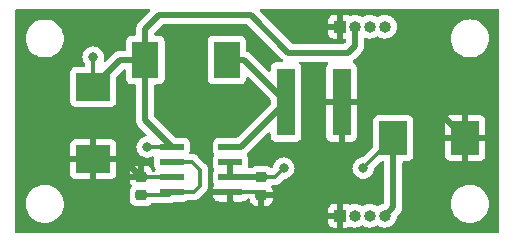
<source format=gtl>
%TF.GenerationSoftware,KiCad,Pcbnew,(6.99.0)*%
%TF.CreationDate,2023-03-13T14:23:59-07:00*%
%TF.ProjectId,emg-voltage-regulator,656d672d-766f-46c7-9461-67652d726567,rev?*%
%TF.SameCoordinates,Original*%
%TF.FileFunction,Copper,L1,Top*%
%TF.FilePolarity,Positive*%
%FSLAX46Y46*%
G04 Gerber Fmt 4.6, Leading zero omitted, Abs format (unit mm)*
G04 Created by KiCad (PCBNEW (6.99.0)) date 2023-03-13 14:23:59*
%MOMM*%
%LPD*%
G01*
G04 APERTURE LIST*
G04 Aperture macros list*
%AMRoundRect*
0 Rectangle with rounded corners*
0 $1 Rounding radius*
0 $2 $3 $4 $5 $6 $7 $8 $9 X,Y pos of 4 corners*
0 Add a 4 corners polygon primitive as box body*
4,1,4,$2,$3,$4,$5,$6,$7,$8,$9,$2,$3,0*
0 Add four circle primitives for the rounded corners*
1,1,$1+$1,$2,$3*
1,1,$1+$1,$4,$5*
1,1,$1+$1,$6,$7*
1,1,$1+$1,$8,$9*
0 Add four rect primitives between the rounded corners*
20,1,$1+$1,$2,$3,$4,$5,0*
20,1,$1+$1,$4,$5,$6,$7,0*
20,1,$1+$1,$6,$7,$8,$9,0*
20,1,$1+$1,$8,$9,$2,$3,0*%
G04 Aperture macros list end*
%TA.AperFunction,SMDPad,CuDef*%
%ADD10RoundRect,0.225000X-0.250000X0.225000X-0.250000X-0.225000X0.250000X-0.225000X0.250000X0.225000X0*%
%TD*%
%TA.AperFunction,SMDPad,CuDef*%
%ADD11R,2.400000X2.900000*%
%TD*%
%TA.AperFunction,SMDPad,CuDef*%
%ADD12RoundRect,0.041300X-0.943700X-0.253700X0.943700X-0.253700X0.943700X0.253700X-0.943700X0.253700X0*%
%TD*%
%TA.AperFunction,SMDPad,CuDef*%
%ADD13R,1.600000X5.700000*%
%TD*%
%TA.AperFunction,ComponentPad*%
%ADD14R,1.000000X1.000000*%
%TD*%
%TA.AperFunction,ComponentPad*%
%ADD15O,1.000000X1.000000*%
%TD*%
%TA.AperFunction,SMDPad,CuDef*%
%ADD16R,2.900000X2.400000*%
%TD*%
%TA.AperFunction,SMDPad,CuDef*%
%ADD17R,2.250000X3.120000*%
%TD*%
%TA.AperFunction,SMDPad,CuDef*%
%ADD18RoundRect,0.225000X0.250000X-0.225000X0.250000X0.225000X-0.250000X0.225000X-0.250000X-0.225000X0*%
%TD*%
%TA.AperFunction,ViaPad*%
%ADD19C,0.800000*%
%TD*%
%TA.AperFunction,Conductor*%
%ADD20C,0.508000*%
%TD*%
%TA.AperFunction,Conductor*%
%ADD21C,0.355600*%
%TD*%
G04 APERTURE END LIST*
D10*
%TO.P,C2,1*%
%TO.N,VDD*%
X21336000Y-14719000D03*
%TO.P,C2,2*%
%TO.N,GND*%
X21336000Y-16269000D03*
%TD*%
D11*
%TO.P,C1,1*%
%TO.N,VDD*%
X32510000Y-11430000D03*
%TO.P,C1,2*%
%TO.N,GND*%
X38610000Y-11430000D03*
%TD*%
D12*
%TO.P,U1,1,OUT*%
%TO.N,-5V*%
X13781000Y-12192000D03*
%TO.P,U1,2,FB*%
%TO.N,/FB{slash}REF*%
X13781000Y-13462000D03*
%TO.P,U1,3,SHDN*%
%TO.N,GND*%
X13781000Y-14732000D03*
%TO.P,U1,4,REF*%
%TO.N,/FB{slash}REF*%
X13781000Y-16002000D03*
%TO.P,U1,5,GND*%
%TO.N,GND*%
X18731000Y-16002000D03*
%TO.P,U1,6,V+*%
%TO.N,VDD*%
X18731000Y-14732000D03*
%TO.P,U1,7,V+*%
X18731000Y-13462000D03*
%TO.P,U1,8,LX*%
%TO.N,/LX*%
X18731000Y-12192000D03*
%TD*%
D13*
%TO.P,L1,1*%
%TO.N,/LX*%
X23431000Y-8382000D03*
%TO.P,L1,2*%
%TO.N,GND*%
X28131000Y-8382000D03*
%TD*%
D14*
%TO.P,J2,1,Pin_1*%
%TO.N,GND*%
X28000000Y-2000000D03*
D15*
%TO.P,J2,2,Pin_2*%
%TO.N,-5V*%
X29270000Y-2000000D03*
%TO.P,J2,3,Pin_3*%
%TO.N,unconnected-(J2-Pad3)*%
X30540000Y-2000000D03*
%TO.P,J2,4,Pin_4*%
%TO.N,VDD*%
X31810000Y-2000000D03*
%TD*%
D16*
%TO.P,C4,1*%
%TO.N,GND*%
X7112000Y-13210000D03*
%TO.P,C4,2*%
%TO.N,-5V*%
X7112000Y-7110000D03*
%TD*%
D14*
%TO.P,J1,1,Pin_1*%
%TO.N,GND*%
X28000000Y-18000000D03*
D15*
%TO.P,J1,2,Pin_2*%
%TO.N,-5V*%
X29270000Y-18000000D03*
%TO.P,J1,3,Pin_3*%
%TO.N,unconnected-(J1-Pad3)*%
X30540000Y-18000000D03*
%TO.P,J1,4,Pin_4*%
%TO.N,VDD*%
X31810000Y-18000000D03*
%TD*%
D17*
%TO.P,D1,A*%
%TO.N,-5V*%
X11512500Y-4826000D03*
%TO.P,D1,C*%
%TO.N,/LX*%
X18422500Y-4826000D03*
%TD*%
D18*
%TO.P,C3,1*%
%TO.N,/FB{slash}REF*%
X11176000Y-16269000D03*
%TO.P,C3,2*%
%TO.N,GND*%
X11176000Y-14719000D03*
%TD*%
D19*
%TO.N,VDD*%
X23241000Y-13970000D03*
X29972000Y-13970000D03*
%TO.N,-5V*%
X7112000Y-4572000D03*
X11684000Y-12192000D03*
%TD*%
D20*
%TO.N,VDD*%
X32512000Y-11432000D02*
X32512000Y-17298000D01*
X29972000Y-13970000D02*
X29972000Y-13968000D01*
D21*
X21336000Y-14719000D02*
X22492000Y-14719000D01*
D20*
X18731000Y-14732000D02*
X18731000Y-13462000D01*
D21*
X22733000Y-14478000D02*
X23241000Y-13970000D01*
D20*
X18731000Y-14732000D02*
X21323000Y-14732000D01*
X32512000Y-17298000D02*
X31810000Y-18000000D01*
X32510000Y-11430000D02*
X32512000Y-11432000D01*
D21*
X29972000Y-13968000D02*
X32510000Y-11430000D01*
X22492000Y-14719000D02*
X22733000Y-14478000D01*
%TO.N,GND*%
X21069000Y-16002000D02*
X21336000Y-16269000D01*
D20*
X9667000Y-13210000D02*
X11176000Y-14719000D01*
X7112000Y-13210000D02*
X9667000Y-13210000D01*
D21*
X11189000Y-14732000D02*
X11176000Y-14719000D01*
X18731000Y-16002000D02*
X21069000Y-16002000D01*
D20*
X35562000Y-8382000D02*
X38610000Y-11430000D01*
X28131000Y-8382000D02*
X35562000Y-8382000D01*
D21*
X13781000Y-14732000D02*
X11189000Y-14732000D01*
%TO.N,/FB{slash}REF*%
X15494000Y-13462000D02*
X16129000Y-14097000D01*
X11176000Y-16269000D02*
X13514000Y-16269000D01*
X16129000Y-14097000D02*
X16129000Y-15494000D01*
X15621000Y-16002000D02*
X13781000Y-16002000D01*
X13514000Y-16269000D02*
X13781000Y-16002000D01*
X16129000Y-15494000D02*
X15621000Y-16002000D01*
X13781000Y-13462000D02*
X15494000Y-13462000D01*
D20*
%TO.N,-5V*%
X11512500Y-2203500D02*
X11512500Y-4826000D01*
X29270000Y-3623000D02*
X28702000Y-4191000D01*
X13781000Y-12192000D02*
X11512500Y-9923500D01*
D21*
X7112000Y-7110000D02*
X7112000Y-4572000D01*
D20*
X12700000Y-1016000D02*
X11512500Y-2203500D01*
X29270000Y-2000000D02*
X29270000Y-3623000D01*
X11512500Y-9923500D02*
X11512500Y-4826000D01*
X28702000Y-4191000D02*
X23622000Y-4191000D01*
D21*
X11684000Y-12192000D02*
X13781000Y-12192000D01*
D20*
X7112000Y-7110000D02*
X9396000Y-4826000D01*
X23622000Y-4191000D02*
X20447000Y-1016000D01*
X9396000Y-4826000D02*
X11512500Y-4826000D01*
X20447000Y-1016000D02*
X12700000Y-1016000D01*
%TO.N,/LX*%
X19875000Y-4826000D02*
X23431000Y-8382000D01*
X19621000Y-12192000D02*
X23431000Y-8382000D01*
X18731000Y-12192000D02*
X19621000Y-12192000D01*
X18422500Y-4826000D02*
X19875000Y-4826000D01*
%TD*%
%TA.AperFunction,Conductor*%
%TO.N,GND*%
G36*
X11893593Y-528002D02*
G01*
X11940086Y-581658D01*
X11950190Y-651932D01*
X11920696Y-716512D01*
X11914567Y-723095D01*
X11020972Y-1616690D01*
X11006559Y-1629077D01*
X10988936Y-1642046D01*
X10984192Y-1647629D01*
X10984193Y-1647629D01*
X10954521Y-1682555D01*
X10947591Y-1690071D01*
X10941847Y-1695815D01*
X10939573Y-1698689D01*
X10939567Y-1698696D01*
X10924128Y-1718211D01*
X10921337Y-1721615D01*
X10878555Y-1771972D01*
X10878552Y-1771976D01*
X10873816Y-1777551D01*
X10870488Y-1784068D01*
X10867111Y-1789132D01*
X10863884Y-1794356D01*
X10859340Y-1800100D01*
X10856241Y-1806731D01*
X10828268Y-1866582D01*
X10826337Y-1870533D01*
X10792957Y-1935904D01*
X10791216Y-1943019D01*
X10789079Y-1948765D01*
X10787155Y-1954548D01*
X10784056Y-1961179D01*
X10769368Y-2031799D01*
X10769108Y-2033047D01*
X10768139Y-2037329D01*
X10750696Y-2108612D01*
X10750000Y-2119830D01*
X10749961Y-2119828D01*
X10749728Y-2123729D01*
X10749339Y-2128088D01*
X10747848Y-2135256D01*
X10748046Y-2142573D01*
X10749954Y-2213077D01*
X10750000Y-2216486D01*
X10750000Y-2631500D01*
X10729998Y-2699621D01*
X10676342Y-2746114D01*
X10624000Y-2757500D01*
X10339366Y-2757500D01*
X10277184Y-2764255D01*
X10140795Y-2815385D01*
X10024239Y-2902739D01*
X9936885Y-3019295D01*
X9885755Y-3155684D01*
X9879000Y-3217866D01*
X9879000Y-3937500D01*
X9858998Y-4005621D01*
X9805342Y-4052114D01*
X9753000Y-4063500D01*
X9463376Y-4063500D01*
X9444426Y-4062067D01*
X9430027Y-4059876D01*
X9430021Y-4059876D01*
X9422792Y-4058776D01*
X9415500Y-4059369D01*
X9415497Y-4059369D01*
X9369817Y-4063085D01*
X9359602Y-4063500D01*
X9351475Y-4063500D01*
X9347839Y-4063924D01*
X9347837Y-4063924D01*
X9344385Y-4064327D01*
X9323076Y-4066811D01*
X9318756Y-4067238D01*
X9245574Y-4073191D01*
X9238612Y-4075447D01*
X9232624Y-4076643D01*
X9226667Y-4078051D01*
X9219393Y-4078899D01*
X9212511Y-4081397D01*
X9212507Y-4081398D01*
X9150393Y-4103945D01*
X9146289Y-4105355D01*
X9076425Y-4127987D01*
X9070162Y-4131787D01*
X9064620Y-4134325D01*
X9059144Y-4137067D01*
X9052259Y-4139566D01*
X9046135Y-4143581D01*
X8990868Y-4179815D01*
X8987200Y-4182130D01*
X8924419Y-4220227D01*
X8920214Y-4223941D01*
X8920211Y-4223943D01*
X8915995Y-4227667D01*
X8915969Y-4227638D01*
X8913038Y-4230238D01*
X8909684Y-4233042D01*
X8903565Y-4237054D01*
X8874230Y-4268021D01*
X8850012Y-4293586D01*
X8847634Y-4296028D01*
X8195587Y-4948075D01*
X8133275Y-4982101D01*
X8062460Y-4977036D01*
X8005624Y-4934489D01*
X7980813Y-4867969D01*
X7986659Y-4820044D01*
X7996628Y-4789362D01*
X8005542Y-4761928D01*
X8025504Y-4572000D01*
X8005542Y-4382072D01*
X7946527Y-4200444D01*
X7939802Y-4188795D01*
X7879760Y-4084801D01*
X7851040Y-4035056D01*
X7723253Y-3893134D01*
X7624157Y-3821136D01*
X7574094Y-3784763D01*
X7574093Y-3784762D01*
X7568752Y-3780882D01*
X7562724Y-3778198D01*
X7562722Y-3778197D01*
X7400319Y-3705891D01*
X7400318Y-3705891D01*
X7394288Y-3703206D01*
X7300888Y-3683353D01*
X7213944Y-3664872D01*
X7213939Y-3664872D01*
X7207487Y-3663500D01*
X7016513Y-3663500D01*
X7010061Y-3664872D01*
X7010056Y-3664872D01*
X6923112Y-3683353D01*
X6829712Y-3703206D01*
X6823682Y-3705891D01*
X6823681Y-3705891D01*
X6661278Y-3778197D01*
X6661276Y-3778198D01*
X6655248Y-3780882D01*
X6649907Y-3784762D01*
X6649906Y-3784763D01*
X6599843Y-3821136D01*
X6500747Y-3893134D01*
X6372960Y-4035056D01*
X6344240Y-4084801D01*
X6284199Y-4188795D01*
X6277473Y-4200444D01*
X6218458Y-4382072D01*
X6198496Y-4572000D01*
X6218458Y-4761928D01*
X6277473Y-4943556D01*
X6280776Y-4949278D01*
X6280777Y-4949279D01*
X6294762Y-4973502D01*
X6372960Y-5108944D01*
X6393338Y-5131576D01*
X6424054Y-5195582D01*
X6425700Y-5215884D01*
X6425700Y-5275500D01*
X6405698Y-5343621D01*
X6352042Y-5390114D01*
X6299700Y-5401500D01*
X5613866Y-5401500D01*
X5551684Y-5408255D01*
X5415295Y-5459385D01*
X5298739Y-5546739D01*
X5211385Y-5663295D01*
X5160255Y-5799684D01*
X5153500Y-5861866D01*
X5153500Y-8358134D01*
X5160255Y-8420316D01*
X5211385Y-8556705D01*
X5298739Y-8673261D01*
X5415295Y-8760615D01*
X5551684Y-8811745D01*
X5613866Y-8818500D01*
X8610134Y-8818500D01*
X8672316Y-8811745D01*
X8808705Y-8760615D01*
X8925261Y-8673261D01*
X9012615Y-8556705D01*
X9063745Y-8420316D01*
X9070500Y-8358134D01*
X9070500Y-6282028D01*
X9090502Y-6213907D01*
X9107405Y-6192933D01*
X9663905Y-5636433D01*
X9726217Y-5602407D01*
X9797032Y-5607472D01*
X9853868Y-5650019D01*
X9878679Y-5716539D01*
X9879000Y-5725528D01*
X9879000Y-6434134D01*
X9885755Y-6496316D01*
X9936885Y-6632705D01*
X10024239Y-6749261D01*
X10140795Y-6836615D01*
X10277184Y-6887745D01*
X10339366Y-6894500D01*
X10624000Y-6894500D01*
X10692121Y-6914502D01*
X10738614Y-6968158D01*
X10750000Y-7020500D01*
X10750000Y-9856124D01*
X10748567Y-9875074D01*
X10746376Y-9889473D01*
X10746376Y-9889479D01*
X10745276Y-9896708D01*
X10745869Y-9904000D01*
X10745869Y-9904003D01*
X10749585Y-9949683D01*
X10750000Y-9959898D01*
X10750000Y-9968025D01*
X10753311Y-9996424D01*
X10753738Y-10000744D01*
X10759691Y-10073926D01*
X10761947Y-10080888D01*
X10763143Y-10086876D01*
X10764551Y-10092833D01*
X10765399Y-10100107D01*
X10767897Y-10106989D01*
X10767898Y-10106993D01*
X10790445Y-10169107D01*
X10791855Y-10173211D01*
X10814487Y-10243075D01*
X10818287Y-10249338D01*
X10820825Y-10254880D01*
X10823567Y-10260356D01*
X10826066Y-10267241D01*
X10830081Y-10273365D01*
X10866315Y-10328632D01*
X10868630Y-10332300D01*
X10906727Y-10395081D01*
X10910441Y-10399286D01*
X10910443Y-10399289D01*
X10914167Y-10403505D01*
X10914138Y-10403531D01*
X10916738Y-10406462D01*
X10919542Y-10409816D01*
X10923554Y-10415935D01*
X10928866Y-10420967D01*
X10980086Y-10469488D01*
X10982528Y-10471866D01*
X11594019Y-11083357D01*
X11628045Y-11145669D01*
X11622980Y-11216484D01*
X11580433Y-11273320D01*
X11531121Y-11295699D01*
X11507685Y-11300681D01*
X11401712Y-11323206D01*
X11395682Y-11325891D01*
X11395681Y-11325891D01*
X11233278Y-11398197D01*
X11233276Y-11398198D01*
X11227248Y-11400882D01*
X11072747Y-11513134D01*
X11068326Y-11518044D01*
X11068325Y-11518045D01*
X10993955Y-11600642D01*
X10944960Y-11655056D01*
X10849473Y-11820444D01*
X10790458Y-12002072D01*
X10770496Y-12192000D01*
X10790458Y-12381928D01*
X10849473Y-12563556D01*
X10852776Y-12569278D01*
X10852777Y-12569279D01*
X10862202Y-12585604D01*
X10944960Y-12728944D01*
X10949378Y-12733851D01*
X10949379Y-12733852D01*
X11013819Y-12805420D01*
X11072747Y-12870866D01*
X11156245Y-12931531D01*
X11187624Y-12954329D01*
X11227248Y-12983118D01*
X11233276Y-12985802D01*
X11233278Y-12985803D01*
X11395679Y-13058108D01*
X11401712Y-13060794D01*
X11472879Y-13075921D01*
X11582056Y-13099128D01*
X11582061Y-13099128D01*
X11588513Y-13100500D01*
X11779487Y-13100500D01*
X11785939Y-13099128D01*
X11785944Y-13099128D01*
X11895121Y-13075921D01*
X11966288Y-13060794D01*
X11972315Y-13058111D01*
X11972323Y-13058108D01*
X12116160Y-12994068D01*
X12186527Y-12984634D01*
X12250824Y-13014741D01*
X12288637Y-13074830D01*
X12292495Y-13124312D01*
X12287500Y-13165587D01*
X12287501Y-13758412D01*
X12287956Y-13762169D01*
X12287956Y-13762175D01*
X12295362Y-13823381D01*
X12298351Y-13848079D01*
X12301329Y-13855602D01*
X12301330Y-13855604D01*
X12317792Y-13897181D01*
X12353803Y-13988136D01*
X12358995Y-13994976D01*
X12378927Y-14021236D01*
X12404179Y-14087590D01*
X12389550Y-14157063D01*
X12378925Y-14173595D01*
X12359438Y-14199267D01*
X12351079Y-14214102D01*
X12344995Y-14229469D01*
X12301321Y-14285443D01*
X12234318Y-14308920D01*
X12165259Y-14292445D01*
X12116071Y-14241249D01*
X12108319Y-14222962D01*
X12096619Y-14187893D01*
X12090445Y-14174714D01*
X12008212Y-14041827D01*
X11999176Y-14030426D01*
X11888571Y-13920014D01*
X11877160Y-13911002D01*
X11744120Y-13828996D01*
X11730939Y-13822849D01*
X11582186Y-13773509D01*
X11568810Y-13770642D01*
X11477903Y-13761328D01*
X11471486Y-13761000D01*
X11448115Y-13761000D01*
X11432876Y-13765475D01*
X11431671Y-13766865D01*
X11430000Y-13774548D01*
X11430000Y-14847000D01*
X11409998Y-14915121D01*
X11356342Y-14961614D01*
X11304000Y-14973000D01*
X10211115Y-14973000D01*
X10195876Y-14977475D01*
X10194671Y-14978865D01*
X10193000Y-14986548D01*
X10193000Y-14989438D01*
X10193337Y-14995953D01*
X10202894Y-15088057D01*
X10205788Y-15101456D01*
X10255381Y-15250107D01*
X10261555Y-15263286D01*
X10343788Y-15396173D01*
X10357371Y-15413311D01*
X10355441Y-15414841D01*
X10383903Y-15466880D01*
X10378887Y-15537699D01*
X10355201Y-15574617D01*
X10356157Y-15575372D01*
X10351619Y-15581118D01*
X10346448Y-15586298D01*
X10342608Y-15592528D01*
X10342607Y-15592529D01*
X10281237Y-15692090D01*
X10256698Y-15731899D01*
X10202851Y-15894243D01*
X10192500Y-15995268D01*
X10192500Y-16542732D01*
X10192837Y-16545978D01*
X10192837Y-16545982D01*
X10196375Y-16580083D01*
X10203113Y-16645019D01*
X10205295Y-16651559D01*
X10254531Y-16799135D01*
X10257244Y-16807268D01*
X10347248Y-16952713D01*
X10468298Y-17073552D01*
X10474528Y-17077392D01*
X10474529Y-17077393D01*
X10606020Y-17158445D01*
X10613899Y-17163302D01*
X10776243Y-17217149D01*
X10783080Y-17217849D01*
X10783082Y-17217850D01*
X10824401Y-17222083D01*
X10877268Y-17227500D01*
X11474732Y-17227500D01*
X11477978Y-17227163D01*
X11477982Y-17227163D01*
X11512083Y-17223625D01*
X11577019Y-17216887D01*
X11687501Y-17180027D01*
X11732324Y-17165073D01*
X11732326Y-17165072D01*
X11739268Y-17162756D01*
X11748315Y-17157158D01*
X11878485Y-17076606D01*
X11884713Y-17072752D01*
X11891651Y-17065802D01*
X11965043Y-16992282D01*
X12027326Y-16958203D01*
X12054216Y-16955300D01*
X13485856Y-16955300D01*
X13494426Y-16955592D01*
X13542606Y-16958877D01*
X13542610Y-16958877D01*
X13550182Y-16959393D01*
X13557659Y-16958088D01*
X13557660Y-16958088D01*
X13588457Y-16952713D01*
X13611053Y-16948769D01*
X13617571Y-16947808D01*
X13678908Y-16940385D01*
X13686013Y-16937700D01*
X13690623Y-16936568D01*
X13701771Y-16933519D01*
X13706339Y-16932139D01*
X13713819Y-16930834D01*
X13770397Y-16905998D01*
X13776477Y-16903517D01*
X13827194Y-16884353D01*
X13827197Y-16884352D01*
X13834296Y-16881669D01*
X13840554Y-16877368D01*
X13844762Y-16875168D01*
X13854832Y-16869564D01*
X13858965Y-16867119D01*
X13865921Y-16864066D01*
X13908316Y-16831536D01*
X13974537Y-16805936D01*
X13985019Y-16805499D01*
X14767412Y-16805499D01*
X14771169Y-16805044D01*
X14771175Y-16805044D01*
X14849046Y-16795621D01*
X14857079Y-16794649D01*
X14864602Y-16791671D01*
X14864604Y-16791670D01*
X14963458Y-16752531D01*
X14997136Y-16739197D01*
X15003975Y-16734006D01*
X15003980Y-16734003D01*
X15030416Y-16713937D01*
X15096769Y-16688684D01*
X15106595Y-16688300D01*
X15592856Y-16688300D01*
X15601426Y-16688592D01*
X15649606Y-16691877D01*
X15649610Y-16691877D01*
X15657182Y-16692393D01*
X15664659Y-16691088D01*
X15664660Y-16691088D01*
X15690269Y-16686619D01*
X15718053Y-16681769D01*
X15724571Y-16680808D01*
X15785908Y-16673385D01*
X15793013Y-16670700D01*
X15797623Y-16669568D01*
X15808771Y-16666519D01*
X15813339Y-16665139D01*
X15820819Y-16663834D01*
X15877397Y-16638998D01*
X15883477Y-16636517D01*
X15934194Y-16617353D01*
X15934197Y-16617352D01*
X15941296Y-16614669D01*
X15947554Y-16610368D01*
X15951762Y-16608168D01*
X15961832Y-16602564D01*
X15965966Y-16600119D01*
X15972921Y-16597066D01*
X16021939Y-16559454D01*
X16027253Y-16555593D01*
X16078192Y-16520583D01*
X16083241Y-16514916D01*
X16083248Y-16514910D01*
X16118282Y-16475588D01*
X16123263Y-16470312D01*
X16298997Y-16294578D01*
X17238001Y-16294578D01*
X17238456Y-16302135D01*
X17247869Y-16379928D01*
X17251819Y-16395480D01*
X17301083Y-16519906D01*
X17309433Y-16534725D01*
X17390047Y-16640930D01*
X17402070Y-16652953D01*
X17508275Y-16733567D01*
X17523094Y-16741917D01*
X17647516Y-16791179D01*
X17663081Y-16795132D01*
X17740862Y-16804544D01*
X17748416Y-16805000D01*
X18458885Y-16805000D01*
X18474124Y-16800525D01*
X18475329Y-16799135D01*
X18477000Y-16791452D01*
X18477000Y-16274115D01*
X18472525Y-16258876D01*
X18471135Y-16257671D01*
X18463452Y-16256000D01*
X17256116Y-16256000D01*
X17240877Y-16260475D01*
X17239672Y-16261865D01*
X17238001Y-16269548D01*
X17238001Y-16294578D01*
X16298997Y-16294578D01*
X16594374Y-15999201D01*
X16600639Y-15993347D01*
X16602129Y-15992047D01*
X16642766Y-15956597D01*
X16647134Y-15950383D01*
X16647136Y-15950380D01*
X16678283Y-15906064D01*
X16682213Y-15900772D01*
X16715660Y-15858114D01*
X16715663Y-15858109D01*
X16720348Y-15852134D01*
X16723475Y-15845210D01*
X16725956Y-15841112D01*
X16731651Y-15831127D01*
X16733911Y-15826911D01*
X16738281Y-15820694D01*
X16760727Y-15763125D01*
X16763283Y-15757046D01*
X16777450Y-15725669D01*
X16788706Y-15700739D01*
X16790091Y-15693265D01*
X16791525Y-15688690D01*
X16794672Y-15677644D01*
X16795864Y-15673002D01*
X16798621Y-15665930D01*
X16806685Y-15604678D01*
X16807717Y-15598163D01*
X16808762Y-15592529D01*
X16818977Y-15537410D01*
X16815509Y-15477263D01*
X16815300Y-15470011D01*
X16815300Y-14125147D01*
X16815592Y-14116578D01*
X16818877Y-14068394D01*
X16818877Y-14068390D01*
X16819393Y-14060818D01*
X16818088Y-14053342D01*
X16818088Y-14053337D01*
X16808770Y-13999945D01*
X16807807Y-13993422D01*
X16801298Y-13939634D01*
X16801297Y-13939631D01*
X16800385Y-13932092D01*
X16797701Y-13924990D01*
X16796551Y-13920307D01*
X16793525Y-13909249D01*
X16792141Y-13904664D01*
X16790835Y-13897181D01*
X16765997Y-13840599D01*
X16763506Y-13834495D01*
X16761640Y-13829555D01*
X16741669Y-13776704D01*
X16737365Y-13770442D01*
X16735158Y-13766220D01*
X16729546Y-13756138D01*
X16727122Y-13752039D01*
X16724067Y-13745080D01*
X16719442Y-13739053D01*
X16719440Y-13739049D01*
X16686455Y-13696062D01*
X16682577Y-13690725D01*
X16651885Y-13646067D01*
X16651884Y-13646066D01*
X16647583Y-13639808D01*
X16602606Y-13599735D01*
X16597330Y-13594755D01*
X15999201Y-12996627D01*
X15993347Y-12990361D01*
X15983643Y-12979237D01*
X15956597Y-12948234D01*
X15906050Y-12912709D01*
X15900754Y-12908776D01*
X15893617Y-12903180D01*
X15852133Y-12870652D01*
X15845208Y-12867525D01*
X15841126Y-12865053D01*
X15831114Y-12859342D01*
X15826910Y-12857088D01*
X15820694Y-12852719D01*
X15813618Y-12849960D01*
X15813614Y-12849958D01*
X15763137Y-12830278D01*
X15757056Y-12827722D01*
X15707662Y-12805420D01*
X15707663Y-12805420D01*
X15700739Y-12802294D01*
X15693265Y-12800909D01*
X15688702Y-12799479D01*
X15677644Y-12796328D01*
X15673002Y-12795136D01*
X15665930Y-12792379D01*
X15604678Y-12784315D01*
X15598176Y-12783285D01*
X15537410Y-12772023D01*
X15529830Y-12772460D01*
X15529829Y-12772460D01*
X15477264Y-12775491D01*
X15470011Y-12775700D01*
X15370809Y-12775700D01*
X15302688Y-12755698D01*
X15256195Y-12702042D01*
X15246091Y-12631768D01*
X15253656Y-12603318D01*
X15263649Y-12578079D01*
X15274500Y-12488413D01*
X15274499Y-11895588D01*
X15274044Y-11891822D01*
X15264621Y-11813954D01*
X15263649Y-11805921D01*
X15250198Y-11771946D01*
X15220741Y-11697548D01*
X15208197Y-11665864D01*
X15117122Y-11545878D01*
X14997136Y-11454803D01*
X14857079Y-11399351D01*
X14767413Y-11388500D01*
X14108028Y-11388500D01*
X14039907Y-11368498D01*
X14018933Y-11351595D01*
X12311905Y-9644567D01*
X12277879Y-9582255D01*
X12275000Y-9555472D01*
X12275000Y-7020500D01*
X12295002Y-6952379D01*
X12348658Y-6905886D01*
X12401000Y-6894500D01*
X12685634Y-6894500D01*
X12747816Y-6887745D01*
X12884205Y-6836615D01*
X13000761Y-6749261D01*
X13088115Y-6632705D01*
X13139245Y-6496316D01*
X13146000Y-6434134D01*
X13146000Y-3217866D01*
X13139245Y-3155684D01*
X13088115Y-3019295D01*
X13000761Y-2902739D01*
X12884205Y-2815385D01*
X12747816Y-2764255D01*
X12685634Y-2757500D01*
X12401000Y-2757500D01*
X12332879Y-2737498D01*
X12286386Y-2683842D01*
X12275000Y-2631500D01*
X12275000Y-2571528D01*
X12295002Y-2503407D01*
X12311905Y-2482433D01*
X12978933Y-1815405D01*
X13041245Y-1781379D01*
X13068028Y-1778500D01*
X20078972Y-1778500D01*
X20147093Y-1798502D01*
X20168067Y-1815405D01*
X23035190Y-4682528D01*
X23047577Y-4696941D01*
X23060546Y-4714564D01*
X23066129Y-4719307D01*
X23101055Y-4748979D01*
X23108571Y-4755909D01*
X23114315Y-4761653D01*
X23117189Y-4763927D01*
X23117196Y-4763933D01*
X23136711Y-4779372D01*
X23140116Y-4782163D01*
X23162848Y-4801476D01*
X23201812Y-4860826D01*
X23202503Y-4931819D01*
X23164703Y-4991916D01*
X23100412Y-5022037D01*
X23081267Y-5023500D01*
X22582866Y-5023500D01*
X22520684Y-5030255D01*
X22384295Y-5081385D01*
X22267739Y-5168739D01*
X22180385Y-5285295D01*
X22129255Y-5421684D01*
X22122500Y-5483866D01*
X22122500Y-5690972D01*
X22102498Y-5759093D01*
X22048842Y-5805586D01*
X21978568Y-5815690D01*
X21913988Y-5786196D01*
X21907405Y-5780067D01*
X20461810Y-4334472D01*
X20449423Y-4320059D01*
X20440795Y-4308335D01*
X20436454Y-4302436D01*
X20395945Y-4268021D01*
X20388429Y-4261091D01*
X20382685Y-4255347D01*
X20379811Y-4253073D01*
X20379804Y-4253067D01*
X20360289Y-4237628D01*
X20356885Y-4234837D01*
X20306528Y-4192055D01*
X20306524Y-4192052D01*
X20300949Y-4187316D01*
X20294432Y-4183988D01*
X20289368Y-4180611D01*
X20284144Y-4177384D01*
X20278400Y-4172840D01*
X20216920Y-4144106D01*
X20211918Y-4141768D01*
X20207967Y-4139837D01*
X20149112Y-4109784D01*
X20149110Y-4109783D01*
X20142596Y-4106457D01*
X20137424Y-4105191D01*
X20081203Y-4063188D01*
X20056330Y-3996691D01*
X20056000Y-3987584D01*
X20056000Y-3217866D01*
X20049245Y-3155684D01*
X19998115Y-3019295D01*
X19910761Y-2902739D01*
X19794205Y-2815385D01*
X19657816Y-2764255D01*
X19595634Y-2757500D01*
X17249366Y-2757500D01*
X17187184Y-2764255D01*
X17050795Y-2815385D01*
X16934239Y-2902739D01*
X16846885Y-3019295D01*
X16795755Y-3155684D01*
X16789000Y-3217866D01*
X16789000Y-6434134D01*
X16795755Y-6496316D01*
X16846885Y-6632705D01*
X16934239Y-6749261D01*
X17050795Y-6836615D01*
X17187184Y-6887745D01*
X17249366Y-6894500D01*
X19595634Y-6894500D01*
X19657816Y-6887745D01*
X19794205Y-6836615D01*
X19910761Y-6749261D01*
X19998115Y-6632705D01*
X20049245Y-6496316D01*
X20056000Y-6434134D01*
X20056000Y-6389528D01*
X20076002Y-6321407D01*
X20129658Y-6274914D01*
X20199932Y-6264810D01*
X20264512Y-6294304D01*
X20271095Y-6300433D01*
X22085595Y-8114933D01*
X22119621Y-8177245D01*
X22122500Y-8204028D01*
X22122500Y-8559972D01*
X22102498Y-8628093D01*
X22085595Y-8649067D01*
X19383067Y-11351595D01*
X19320755Y-11385621D01*
X19293972Y-11388500D01*
X17853126Y-11388501D01*
X17744588Y-11388501D01*
X17740831Y-11388956D01*
X17740825Y-11388956D01*
X17667182Y-11397867D01*
X17654921Y-11399351D01*
X17647398Y-11402329D01*
X17647396Y-11402330D01*
X17576243Y-11430502D01*
X17514864Y-11454803D01*
X17394878Y-11545878D01*
X17303803Y-11665864D01*
X17248351Y-11805921D01*
X17237500Y-11895587D01*
X17237501Y-12488412D01*
X17237956Y-12492169D01*
X17237956Y-12492175D01*
X17245833Y-12557271D01*
X17248351Y-12578079D01*
X17251329Y-12585602D01*
X17251330Y-12585604D01*
X17269608Y-12631768D01*
X17303803Y-12718136D01*
X17324940Y-12745982D01*
X17328612Y-12750820D01*
X17353866Y-12817173D01*
X17339238Y-12886646D01*
X17328612Y-12903180D01*
X17312301Y-12924669D01*
X17303803Y-12935864D01*
X17248351Y-13075921D01*
X17237500Y-13165587D01*
X17237501Y-13758412D01*
X17237956Y-13762169D01*
X17237956Y-13762175D01*
X17245362Y-13823381D01*
X17248351Y-13848079D01*
X17251329Y-13855602D01*
X17251330Y-13855604D01*
X17279800Y-13927510D01*
X17303803Y-13988136D01*
X17308999Y-13994982D01*
X17309000Y-13994983D01*
X17328612Y-14020820D01*
X17353866Y-14087173D01*
X17339238Y-14156646D01*
X17328614Y-14173178D01*
X17303803Y-14205864D01*
X17248351Y-14345921D01*
X17237500Y-14435587D01*
X17237501Y-15028412D01*
X17248351Y-15118079D01*
X17251329Y-15125602D01*
X17251330Y-15125604D01*
X17277851Y-15192588D01*
X17303803Y-15258136D01*
X17308995Y-15264976D01*
X17328927Y-15291236D01*
X17354179Y-15357590D01*
X17339550Y-15427063D01*
X17328925Y-15443595D01*
X17309438Y-15469267D01*
X17301081Y-15484099D01*
X17251821Y-15608516D01*
X17247868Y-15624081D01*
X17238456Y-15701862D01*
X17238000Y-15709416D01*
X17238000Y-15729885D01*
X17242475Y-15745124D01*
X17243865Y-15746329D01*
X17251548Y-15748000D01*
X18859000Y-15748000D01*
X18927121Y-15768002D01*
X18973614Y-15821658D01*
X18985000Y-15874000D01*
X18985000Y-16786884D01*
X18989475Y-16802123D01*
X18990865Y-16803328D01*
X18998548Y-16804999D01*
X19713578Y-16804999D01*
X19721135Y-16804544D01*
X19798928Y-16795131D01*
X19814480Y-16791181D01*
X19938906Y-16741917D01*
X19953725Y-16733567D01*
X20059930Y-16652953D01*
X20071956Y-16640927D01*
X20135386Y-16557361D01*
X20192504Y-16515194D01*
X20263352Y-16510601D01*
X20325436Y-16545040D01*
X20359045Y-16607578D01*
X20361076Y-16620535D01*
X20362894Y-16638057D01*
X20365788Y-16651456D01*
X20415381Y-16800107D01*
X20421555Y-16813286D01*
X20503788Y-16946173D01*
X20512824Y-16957574D01*
X20623429Y-17067986D01*
X20634840Y-17076998D01*
X20767880Y-17159004D01*
X20781061Y-17165151D01*
X20929814Y-17214491D01*
X20943190Y-17217358D01*
X21034097Y-17226672D01*
X21040513Y-17227000D01*
X21063885Y-17227000D01*
X21079124Y-17222525D01*
X21080329Y-17221135D01*
X21082000Y-17213452D01*
X21082000Y-17208885D01*
X21590000Y-17208885D01*
X21594475Y-17224124D01*
X21595865Y-17225329D01*
X21603548Y-17227000D01*
X21631438Y-17227000D01*
X21637953Y-17226663D01*
X21730057Y-17217106D01*
X21743456Y-17214212D01*
X21892107Y-17164619D01*
X21905286Y-17158445D01*
X22038173Y-17076212D01*
X22049574Y-17067176D01*
X22159986Y-16956571D01*
X22168998Y-16945160D01*
X22251004Y-16812120D01*
X22257151Y-16798939D01*
X22306491Y-16650186D01*
X22309358Y-16636810D01*
X22318672Y-16545903D01*
X22318929Y-16540874D01*
X22314525Y-16525876D01*
X22313135Y-16524671D01*
X22305452Y-16523000D01*
X21608115Y-16523000D01*
X21592876Y-16527475D01*
X21591671Y-16528865D01*
X21590000Y-16536548D01*
X21590000Y-17208885D01*
X21082000Y-17208885D01*
X21082000Y-16141000D01*
X21102002Y-16072879D01*
X21155658Y-16026386D01*
X21208000Y-16015000D01*
X22300885Y-16015000D01*
X22316124Y-16010525D01*
X22317329Y-16009135D01*
X22319000Y-16001452D01*
X22319000Y-15998562D01*
X22318663Y-15992047D01*
X22309106Y-15899943D01*
X22306212Y-15886544D01*
X22256619Y-15737893D01*
X22250445Y-15724715D01*
X22171786Y-15597603D01*
X22152948Y-15529151D01*
X22174109Y-15461382D01*
X22228550Y-15415810D01*
X22278930Y-15405300D01*
X22463856Y-15405300D01*
X22472426Y-15405592D01*
X22520606Y-15408877D01*
X22520610Y-15408877D01*
X22528182Y-15409393D01*
X22535659Y-15408088D01*
X22535660Y-15408088D01*
X22561269Y-15403619D01*
X22589053Y-15398769D01*
X22595571Y-15397808D01*
X22656908Y-15390385D01*
X22664013Y-15387700D01*
X22668623Y-15386568D01*
X22679771Y-15383519D01*
X22684339Y-15382139D01*
X22691819Y-15380834D01*
X22748397Y-15355998D01*
X22754477Y-15353517D01*
X22805194Y-15334353D01*
X22805197Y-15334352D01*
X22812296Y-15331669D01*
X22818554Y-15327368D01*
X22822762Y-15325168D01*
X22832832Y-15319564D01*
X22836966Y-15317119D01*
X22843921Y-15314066D01*
X22892939Y-15276454D01*
X22898253Y-15272593D01*
X22949192Y-15237583D01*
X22954241Y-15231916D01*
X22954248Y-15231910D01*
X22989282Y-15192588D01*
X22994263Y-15187312D01*
X23268375Y-14913200D01*
X23330687Y-14879174D01*
X23334879Y-14878500D01*
X23336487Y-14878500D01*
X23341478Y-14877439D01*
X23341485Y-14877438D01*
X23416585Y-14861475D01*
X23523288Y-14838794D01*
X23529319Y-14836109D01*
X23691722Y-14763803D01*
X23691724Y-14763802D01*
X23697752Y-14761118D01*
X23852253Y-14648866D01*
X23980040Y-14506944D01*
X24052595Y-14381275D01*
X24072223Y-14347279D01*
X24072224Y-14347278D01*
X24075527Y-14341556D01*
X24134542Y-14159928D01*
X24144163Y-14068394D01*
X24153814Y-13976565D01*
X24154504Y-13970000D01*
X24150038Y-13927510D01*
X24135232Y-13786635D01*
X24135232Y-13786633D01*
X24134542Y-13780072D01*
X24075527Y-13598444D01*
X23980040Y-13433056D01*
X23939590Y-13388131D01*
X23856675Y-13296045D01*
X23856674Y-13296044D01*
X23852253Y-13291134D01*
X23697752Y-13178882D01*
X23691724Y-13176198D01*
X23691722Y-13176197D01*
X23529319Y-13103891D01*
X23529318Y-13103891D01*
X23523288Y-13101206D01*
X23429888Y-13081353D01*
X23342944Y-13062872D01*
X23342939Y-13062872D01*
X23336487Y-13061500D01*
X23145513Y-13061500D01*
X23139061Y-13062872D01*
X23139056Y-13062872D01*
X23052112Y-13081353D01*
X22958712Y-13101206D01*
X22952682Y-13103891D01*
X22952681Y-13103891D01*
X22790278Y-13176197D01*
X22790276Y-13176198D01*
X22784248Y-13178882D01*
X22629747Y-13291134D01*
X22625326Y-13296044D01*
X22625325Y-13296045D01*
X22542411Y-13388131D01*
X22501960Y-13433056D01*
X22406473Y-13598444D01*
X22347458Y-13780072D01*
X22340311Y-13848079D01*
X22338863Y-13861853D01*
X22311850Y-13927510D01*
X22302648Y-13937778D01*
X22273981Y-13966445D01*
X22211669Y-14000471D01*
X22140854Y-13995406D01*
X22095868Y-13966523D01*
X22048882Y-13919619D01*
X22043702Y-13914448D01*
X22004404Y-13890224D01*
X21904331Y-13828538D01*
X21904329Y-13828537D01*
X21898101Y-13824698D01*
X21735757Y-13770851D01*
X21728920Y-13770151D01*
X21728918Y-13770150D01*
X21687599Y-13765917D01*
X21634732Y-13760500D01*
X21037268Y-13760500D01*
X21034022Y-13760837D01*
X21034018Y-13760837D01*
X21004730Y-13763876D01*
X20934981Y-13771113D01*
X20926963Y-13773788D01*
X20779676Y-13822927D01*
X20779674Y-13822928D01*
X20772732Y-13825244D01*
X20766508Y-13829096D01*
X20766507Y-13829096D01*
X20634787Y-13910607D01*
X20627287Y-13915248D01*
X20610046Y-13932519D01*
X20547765Y-13966597D01*
X20520875Y-13969500D01*
X20341122Y-13969500D01*
X20273001Y-13949498D01*
X20226508Y-13895842D01*
X20216035Y-13828362D01*
X20216757Y-13822394D01*
X20224500Y-13758413D01*
X20224499Y-13165588D01*
X20224044Y-13161823D01*
X20214621Y-13083954D01*
X20213649Y-13075921D01*
X20208157Y-13062048D01*
X20165360Y-12953957D01*
X20158197Y-12935864D01*
X20137665Y-12908814D01*
X20112412Y-12842463D01*
X20127040Y-12772990D01*
X20146554Y-12745984D01*
X20166989Y-12724413D01*
X20169366Y-12721972D01*
X21907405Y-10983933D01*
X21969717Y-10949907D01*
X22040532Y-10954972D01*
X22097368Y-10997519D01*
X22122179Y-11064039D01*
X22122500Y-11073028D01*
X22122500Y-11280134D01*
X22129255Y-11342316D01*
X22180385Y-11478705D01*
X22267739Y-11595261D01*
X22384295Y-11682615D01*
X22520684Y-11733745D01*
X22582866Y-11740500D01*
X24279134Y-11740500D01*
X24341316Y-11733745D01*
X24477705Y-11682615D01*
X24594261Y-11595261D01*
X24681615Y-11478705D01*
X24732745Y-11342316D01*
X24739500Y-11280134D01*
X24739500Y-11276669D01*
X26823001Y-11276669D01*
X26823371Y-11283490D01*
X26828895Y-11334352D01*
X26832521Y-11349604D01*
X26877676Y-11470054D01*
X26886214Y-11485649D01*
X26962715Y-11587724D01*
X26975276Y-11600285D01*
X27077351Y-11676786D01*
X27092946Y-11685324D01*
X27213394Y-11730478D01*
X27228649Y-11734105D01*
X27279514Y-11739631D01*
X27286328Y-11740000D01*
X27858885Y-11740000D01*
X27874124Y-11735525D01*
X27875329Y-11734135D01*
X27877000Y-11726452D01*
X27877000Y-11721884D01*
X28385000Y-11721884D01*
X28389475Y-11737123D01*
X28390865Y-11738328D01*
X28398548Y-11739999D01*
X28975669Y-11739999D01*
X28982490Y-11739629D01*
X29033352Y-11734105D01*
X29048604Y-11730479D01*
X29169054Y-11685324D01*
X29184649Y-11676786D01*
X29286724Y-11600285D01*
X29299285Y-11587724D01*
X29375786Y-11485649D01*
X29384324Y-11470054D01*
X29429478Y-11349606D01*
X29433105Y-11334351D01*
X29438631Y-11283486D01*
X29439000Y-11276672D01*
X29439000Y-8654115D01*
X29434525Y-8638876D01*
X29433135Y-8637671D01*
X29425452Y-8636000D01*
X28403115Y-8636000D01*
X28387876Y-8640475D01*
X28386671Y-8641865D01*
X28385000Y-8649548D01*
X28385000Y-11721884D01*
X27877000Y-11721884D01*
X27877000Y-8654115D01*
X27872525Y-8638876D01*
X27871135Y-8637671D01*
X27863452Y-8636000D01*
X26841116Y-8636000D01*
X26825877Y-8640475D01*
X26824672Y-8641865D01*
X26823001Y-8649548D01*
X26823001Y-11276669D01*
X24739500Y-11276669D01*
X24739500Y-5483866D01*
X24732745Y-5421684D01*
X24681615Y-5285295D01*
X24594261Y-5168739D01*
X24591105Y-5166374D01*
X24558292Y-5106283D01*
X24563357Y-5035468D01*
X24605904Y-4978632D01*
X24672424Y-4953821D01*
X24681413Y-4953500D01*
X26881301Y-4953500D01*
X26949422Y-4973502D01*
X26995915Y-5027158D01*
X27006019Y-5097432D01*
X26976525Y-5162012D01*
X26970396Y-5168595D01*
X26962715Y-5176276D01*
X26886214Y-5278351D01*
X26877676Y-5293946D01*
X26832522Y-5414394D01*
X26828895Y-5429649D01*
X26823369Y-5480514D01*
X26823000Y-5487328D01*
X26823000Y-8109885D01*
X26827475Y-8125124D01*
X26828865Y-8126329D01*
X26836548Y-8128000D01*
X29420884Y-8128000D01*
X29436123Y-8123525D01*
X29437328Y-8122135D01*
X29438999Y-8114452D01*
X29438999Y-5487331D01*
X29438629Y-5480510D01*
X29433105Y-5429648D01*
X29429479Y-5414396D01*
X29384324Y-5293946D01*
X29375786Y-5278351D01*
X29299285Y-5176276D01*
X29286724Y-5163715D01*
X29184649Y-5087214D01*
X29169056Y-5078677D01*
X29127871Y-5063237D01*
X29071107Y-5020595D01*
X29046408Y-4954033D01*
X29061616Y-4884684D01*
X29103015Y-4839884D01*
X29107130Y-4837186D01*
X29110800Y-4834870D01*
X29173581Y-4796773D01*
X29177786Y-4793059D01*
X29177789Y-4793057D01*
X29182005Y-4789333D01*
X29182031Y-4789362D01*
X29184962Y-4786762D01*
X29188316Y-4783958D01*
X29194435Y-4779946D01*
X29247989Y-4723413D01*
X29250366Y-4720972D01*
X29761528Y-4209810D01*
X29775941Y-4197423D01*
X29787665Y-4188795D01*
X29793564Y-4184454D01*
X29827979Y-4143945D01*
X29834909Y-4136429D01*
X29840653Y-4130685D01*
X29842927Y-4127811D01*
X29842933Y-4127804D01*
X29858372Y-4108289D01*
X29861163Y-4104885D01*
X29903945Y-4054528D01*
X29903948Y-4054524D01*
X29908684Y-4048949D01*
X29912012Y-4042432D01*
X29915389Y-4037368D01*
X29918616Y-4032144D01*
X29923160Y-4026400D01*
X29937045Y-3996691D01*
X29954232Y-3959918D01*
X29956163Y-3955967D01*
X29986213Y-3897117D01*
X29989543Y-3890596D01*
X29991284Y-3883481D01*
X29993421Y-3877735D01*
X29995345Y-3871952D01*
X29998444Y-3865321D01*
X30013394Y-3793443D01*
X30014363Y-3789162D01*
X30015440Y-3784763D01*
X30031804Y-3717888D01*
X30032500Y-3706670D01*
X30032539Y-3706672D01*
X30032772Y-3702771D01*
X30033161Y-3698412D01*
X30034652Y-3691244D01*
X30032546Y-3613423D01*
X30032500Y-3610014D01*
X30032500Y-3068973D01*
X30052502Y-3000852D01*
X30106158Y-2954359D01*
X30176432Y-2944255D01*
X30197436Y-2949140D01*
X30213499Y-2954359D01*
X30322392Y-2989740D01*
X30518777Y-3013158D01*
X30524912Y-3012686D01*
X30524914Y-3012686D01*
X30709830Y-2998457D01*
X30709834Y-2998456D01*
X30715972Y-2997984D01*
X30906463Y-2944798D01*
X30911967Y-2942018D01*
X30911969Y-2942017D01*
X31077493Y-2858405D01*
X31077495Y-2858404D01*
X31082996Y-2855625D01*
X31087850Y-2851833D01*
X31087859Y-2851827D01*
X31096548Y-2845038D01*
X31162542Y-2818860D01*
X31235592Y-2834339D01*
X31404294Y-2928624D01*
X31592392Y-2989740D01*
X31788777Y-3013158D01*
X31794912Y-3012686D01*
X31794914Y-3012686D01*
X31959778Y-3000000D01*
X37386526Y-3000000D01*
X37406391Y-3252403D01*
X37465495Y-3498591D01*
X37467388Y-3503162D01*
X37467389Y-3503164D01*
X37558589Y-3723339D01*
X37562384Y-3732502D01*
X37694672Y-3948376D01*
X37829773Y-4106558D01*
X37854042Y-4134973D01*
X37859102Y-4140898D01*
X38051624Y-4305328D01*
X38267498Y-4437616D01*
X38272068Y-4439509D01*
X38272072Y-4439511D01*
X38496836Y-4532611D01*
X38501409Y-4534505D01*
X38586032Y-4554821D01*
X38742784Y-4592454D01*
X38742790Y-4592455D01*
X38747597Y-4593609D01*
X38847416Y-4601465D01*
X38934345Y-4608307D01*
X38934352Y-4608307D01*
X38936801Y-4608500D01*
X39063199Y-4608500D01*
X39065648Y-4608307D01*
X39065655Y-4608307D01*
X39152584Y-4601465D01*
X39252403Y-4593609D01*
X39257210Y-4592455D01*
X39257216Y-4592454D01*
X39413968Y-4554821D01*
X39498591Y-4534505D01*
X39503164Y-4532611D01*
X39727928Y-4439511D01*
X39727932Y-4439509D01*
X39732502Y-4437616D01*
X39948376Y-4305328D01*
X40140898Y-4140898D01*
X40145959Y-4134973D01*
X40170227Y-4106558D01*
X40305328Y-3948376D01*
X40437616Y-3732502D01*
X40441412Y-3723339D01*
X40532611Y-3503164D01*
X40532612Y-3503162D01*
X40534505Y-3498591D01*
X40593609Y-3252403D01*
X40613474Y-3000000D01*
X40593609Y-2747597D01*
X40591223Y-2737655D01*
X40535660Y-2506221D01*
X40534505Y-2501409D01*
X40497545Y-2412179D01*
X40439511Y-2272072D01*
X40439509Y-2272068D01*
X40437616Y-2267498D01*
X40432939Y-2259865D01*
X40347125Y-2119830D01*
X40305328Y-2051624D01*
X40140898Y-1859102D01*
X39948376Y-1694672D01*
X39732502Y-1562384D01*
X39727932Y-1560491D01*
X39727928Y-1560489D01*
X39503164Y-1467389D01*
X39503162Y-1467388D01*
X39498591Y-1465495D01*
X39369187Y-1434428D01*
X39257216Y-1407546D01*
X39257210Y-1407545D01*
X39252403Y-1406391D01*
X39141328Y-1397649D01*
X39065655Y-1391693D01*
X39065648Y-1391693D01*
X39063199Y-1391500D01*
X38936801Y-1391500D01*
X38934352Y-1391693D01*
X38934345Y-1391693D01*
X38858672Y-1397649D01*
X38747597Y-1406391D01*
X38742790Y-1407545D01*
X38742784Y-1407546D01*
X38630813Y-1434428D01*
X38501409Y-1465495D01*
X38496838Y-1467388D01*
X38496836Y-1467389D01*
X38272072Y-1560489D01*
X38272068Y-1560491D01*
X38267498Y-1562384D01*
X38051624Y-1694672D01*
X37859102Y-1859102D01*
X37694672Y-2051624D01*
X37652875Y-2119830D01*
X37567062Y-2259865D01*
X37562384Y-2267498D01*
X37560491Y-2272068D01*
X37560489Y-2272072D01*
X37502455Y-2412179D01*
X37465495Y-2501409D01*
X37464340Y-2506221D01*
X37408778Y-2737655D01*
X37406391Y-2747597D01*
X37386526Y-3000000D01*
X31959778Y-3000000D01*
X31979830Y-2998457D01*
X31979834Y-2998456D01*
X31985972Y-2997984D01*
X32176463Y-2944798D01*
X32181967Y-2942018D01*
X32181969Y-2942017D01*
X32347495Y-2858404D01*
X32347497Y-2858403D01*
X32352996Y-2855625D01*
X32508847Y-2733861D01*
X32638078Y-2584145D01*
X32735769Y-2412179D01*
X32798197Y-2224513D01*
X32822985Y-2028295D01*
X32823380Y-2000000D01*
X32804080Y-1803167D01*
X32799967Y-1789542D01*
X32757120Y-1647629D01*
X32746916Y-1613831D01*
X32654066Y-1439204D01*
X32583709Y-1352938D01*
X32532960Y-1290713D01*
X32532957Y-1290710D01*
X32529065Y-1285938D01*
X32524316Y-1282009D01*
X32381425Y-1163799D01*
X32381421Y-1163797D01*
X32376675Y-1159870D01*
X32202701Y-1065802D01*
X32013768Y-1007318D01*
X32007643Y-1006674D01*
X32007642Y-1006674D01*
X31823204Y-987289D01*
X31823202Y-987289D01*
X31817075Y-986645D01*
X31754179Y-992369D01*
X31626251Y-1004011D01*
X31626248Y-1004012D01*
X31620112Y-1004570D01*
X31614206Y-1006308D01*
X31614202Y-1006309D01*
X31509076Y-1037249D01*
X31430381Y-1060410D01*
X31424923Y-1063263D01*
X31424919Y-1063265D01*
X31397840Y-1077422D01*
X31255110Y-1152040D01*
X31250310Y-1155900D01*
X31245153Y-1159274D01*
X31243769Y-1157158D01*
X31188365Y-1180027D01*
X31118512Y-1167334D01*
X31108898Y-1161709D01*
X31106675Y-1159870D01*
X30932701Y-1065802D01*
X30743768Y-1007318D01*
X30737643Y-1006674D01*
X30737642Y-1006674D01*
X30553204Y-987289D01*
X30553202Y-987289D01*
X30547075Y-986645D01*
X30484179Y-992369D01*
X30356251Y-1004011D01*
X30356248Y-1004012D01*
X30350112Y-1004570D01*
X30344206Y-1006308D01*
X30344202Y-1006309D01*
X30239076Y-1037249D01*
X30160381Y-1060410D01*
X30154923Y-1063263D01*
X30154919Y-1063265D01*
X30127840Y-1077422D01*
X29985110Y-1152040D01*
X29980310Y-1155900D01*
X29975153Y-1159274D01*
X29973769Y-1157158D01*
X29918365Y-1180027D01*
X29848512Y-1167334D01*
X29838898Y-1161709D01*
X29836675Y-1159870D01*
X29662701Y-1065802D01*
X29473768Y-1007318D01*
X29467643Y-1006674D01*
X29467642Y-1006674D01*
X29283204Y-987289D01*
X29283202Y-987289D01*
X29277075Y-986645D01*
X29214179Y-992369D01*
X29086251Y-1004011D01*
X29086248Y-1004012D01*
X29080112Y-1004570D01*
X29074206Y-1006308D01*
X29074202Y-1006309D01*
X28896293Y-1058670D01*
X28890381Y-1060410D01*
X28884916Y-1063267D01*
X28884304Y-1063587D01*
X28883950Y-1063657D01*
X28879209Y-1065573D01*
X28878845Y-1064672D01*
X28814668Y-1077422D01*
X28762645Y-1057462D01*
X28761517Y-1059522D01*
X28738054Y-1046676D01*
X28617606Y-1001522D01*
X28602351Y-997895D01*
X28551486Y-992369D01*
X28544672Y-992000D01*
X28272115Y-992000D01*
X28256876Y-996475D01*
X28255671Y-997865D01*
X28254000Y-1005548D01*
X28254000Y-2989884D01*
X28258475Y-3005123D01*
X28259865Y-3006328D01*
X28267548Y-3007999D01*
X28381500Y-3007999D01*
X28449621Y-3028001D01*
X28496114Y-3081657D01*
X28507500Y-3133999D01*
X28507500Y-3254972D01*
X28487498Y-3323093D01*
X28470595Y-3344067D01*
X28423067Y-3391595D01*
X28360755Y-3425621D01*
X28333972Y-3428500D01*
X23990028Y-3428500D01*
X23921907Y-3408498D01*
X23900933Y-3391595D01*
X23054007Y-2544669D01*
X26992001Y-2544669D01*
X26992371Y-2551490D01*
X26997895Y-2602352D01*
X27001521Y-2617604D01*
X27046676Y-2738054D01*
X27055214Y-2753649D01*
X27131715Y-2855724D01*
X27144276Y-2868285D01*
X27246351Y-2944786D01*
X27261946Y-2953324D01*
X27382394Y-2998478D01*
X27397649Y-3002105D01*
X27448514Y-3007631D01*
X27455328Y-3008000D01*
X27727885Y-3008000D01*
X27743124Y-3003525D01*
X27744329Y-3002135D01*
X27746000Y-2994452D01*
X27746000Y-2272115D01*
X27741525Y-2256876D01*
X27740135Y-2255671D01*
X27732452Y-2254000D01*
X27010116Y-2254000D01*
X26994877Y-2258475D01*
X26993672Y-2259865D01*
X26992001Y-2267548D01*
X26992001Y-2544669D01*
X23054007Y-2544669D01*
X22237223Y-1727885D01*
X26992000Y-1727885D01*
X26996475Y-1743124D01*
X26997865Y-1744329D01*
X27005548Y-1746000D01*
X27727885Y-1746000D01*
X27743124Y-1741525D01*
X27744329Y-1740135D01*
X27746000Y-1732452D01*
X27746000Y-1010116D01*
X27741525Y-994877D01*
X27740135Y-993672D01*
X27732452Y-992001D01*
X27455331Y-992001D01*
X27448510Y-992371D01*
X27397648Y-997895D01*
X27382396Y-1001521D01*
X27261946Y-1046676D01*
X27246351Y-1055214D01*
X27144276Y-1131715D01*
X27131715Y-1144276D01*
X27055214Y-1246351D01*
X27046676Y-1261946D01*
X27001522Y-1382394D01*
X26997895Y-1397649D01*
X26992369Y-1448514D01*
X26992000Y-1455328D01*
X26992000Y-1727885D01*
X22237223Y-1727885D01*
X21232433Y-723095D01*
X21198407Y-660783D01*
X21203472Y-589968D01*
X21246019Y-533132D01*
X21312539Y-508321D01*
X21321528Y-508000D01*
X41366000Y-508000D01*
X41434121Y-528002D01*
X41480614Y-581658D01*
X41492000Y-634000D01*
X41492000Y-19366000D01*
X41471998Y-19434121D01*
X41418342Y-19480614D01*
X41366000Y-19492000D01*
X634000Y-19492000D01*
X565879Y-19471998D01*
X519386Y-19418342D01*
X508000Y-19366000D01*
X508000Y-17000000D01*
X1386526Y-17000000D01*
X1406391Y-17252403D01*
X1407545Y-17257210D01*
X1407546Y-17257216D01*
X1440118Y-17392888D01*
X1465495Y-17498591D01*
X1467388Y-17503162D01*
X1467389Y-17503164D01*
X1560472Y-17727885D01*
X1562384Y-17732502D01*
X1564970Y-17736722D01*
X1567913Y-17741525D01*
X1694672Y-17948376D01*
X1859102Y-18140898D01*
X2051624Y-18305328D01*
X2267498Y-18437616D01*
X2272068Y-18439509D01*
X2272072Y-18439511D01*
X2496836Y-18532611D01*
X2501409Y-18534505D01*
X2572157Y-18551490D01*
X2742784Y-18592454D01*
X2742790Y-18592455D01*
X2747597Y-18593609D01*
X2847416Y-18601465D01*
X2934345Y-18608307D01*
X2934352Y-18608307D01*
X2936801Y-18608500D01*
X3063199Y-18608500D01*
X3065648Y-18608307D01*
X3065655Y-18608307D01*
X3152584Y-18601465D01*
X3252403Y-18593609D01*
X3257210Y-18592455D01*
X3257216Y-18592454D01*
X3427843Y-18551490D01*
X3456255Y-18544669D01*
X26992001Y-18544669D01*
X26992371Y-18551490D01*
X26997895Y-18602352D01*
X27001521Y-18617604D01*
X27046676Y-18738054D01*
X27055214Y-18753649D01*
X27131715Y-18855724D01*
X27144276Y-18868285D01*
X27246351Y-18944786D01*
X27261946Y-18953324D01*
X27382394Y-18998478D01*
X27397649Y-19002105D01*
X27448514Y-19007631D01*
X27455328Y-19008000D01*
X27727885Y-19008000D01*
X27743124Y-19003525D01*
X27744329Y-19002135D01*
X27746000Y-18994452D01*
X27746000Y-18989884D01*
X28254000Y-18989884D01*
X28258475Y-19005123D01*
X28259865Y-19006328D01*
X28267548Y-19007999D01*
X28544669Y-19007999D01*
X28551490Y-19007629D01*
X28602352Y-19002105D01*
X28617604Y-18998479D01*
X28738054Y-18953324D01*
X28761517Y-18940478D01*
X28762792Y-18942806D01*
X28816321Y-18922797D01*
X28864333Y-18928637D01*
X29052392Y-18989740D01*
X29248777Y-19013158D01*
X29254912Y-19012686D01*
X29254914Y-19012686D01*
X29439830Y-18998457D01*
X29439834Y-18998456D01*
X29445972Y-18997984D01*
X29636463Y-18944798D01*
X29641967Y-18942018D01*
X29641969Y-18942017D01*
X29807493Y-18858405D01*
X29807495Y-18858404D01*
X29812996Y-18855625D01*
X29817850Y-18851833D01*
X29817859Y-18851827D01*
X29826548Y-18845038D01*
X29892542Y-18818860D01*
X29965592Y-18834339D01*
X30134294Y-18928624D01*
X30322392Y-18989740D01*
X30518777Y-19013158D01*
X30524912Y-19012686D01*
X30524914Y-19012686D01*
X30709830Y-18998457D01*
X30709834Y-18998456D01*
X30715972Y-18997984D01*
X30906463Y-18944798D01*
X30911967Y-18942018D01*
X30911969Y-18942017D01*
X31077493Y-18858405D01*
X31077495Y-18858404D01*
X31082996Y-18855625D01*
X31087850Y-18851833D01*
X31087859Y-18851827D01*
X31096548Y-18845038D01*
X31162542Y-18818860D01*
X31235592Y-18834339D01*
X31404294Y-18928624D01*
X31592392Y-18989740D01*
X31788777Y-19013158D01*
X31794912Y-19012686D01*
X31794914Y-19012686D01*
X31979830Y-18998457D01*
X31979834Y-18998456D01*
X31985972Y-18997984D01*
X32176463Y-18944798D01*
X32181967Y-18942018D01*
X32181969Y-18942017D01*
X32347495Y-18858404D01*
X32347497Y-18858403D01*
X32352996Y-18855625D01*
X32508847Y-18733861D01*
X32609197Y-18617604D01*
X32634049Y-18588813D01*
X32634050Y-18588811D01*
X32638078Y-18584145D01*
X32735769Y-18412179D01*
X32798197Y-18224513D01*
X32812220Y-18113510D01*
X32840602Y-18048433D01*
X32848131Y-18040207D01*
X33003528Y-17884810D01*
X33017941Y-17872423D01*
X33029665Y-17863795D01*
X33035564Y-17859454D01*
X33069979Y-17818945D01*
X33076909Y-17811429D01*
X33082653Y-17805685D01*
X33084927Y-17802811D01*
X33084933Y-17802804D01*
X33100372Y-17783289D01*
X33103163Y-17779885D01*
X33145945Y-17729528D01*
X33145948Y-17729524D01*
X33150684Y-17723949D01*
X33154012Y-17717432D01*
X33157389Y-17712368D01*
X33160616Y-17707144D01*
X33165160Y-17701400D01*
X33196242Y-17634896D01*
X33198147Y-17630999D01*
X33231543Y-17565596D01*
X33233283Y-17558482D01*
X33235419Y-17552740D01*
X33237346Y-17546949D01*
X33240444Y-17540320D01*
X33255397Y-17468431D01*
X33256367Y-17464148D01*
X33258525Y-17455328D01*
X33273804Y-17392888D01*
X33274500Y-17381670D01*
X33274539Y-17381672D01*
X33274772Y-17377771D01*
X33275161Y-17373412D01*
X33276652Y-17366244D01*
X33274546Y-17288423D01*
X33274500Y-17285014D01*
X33274500Y-17000000D01*
X37386526Y-17000000D01*
X37406391Y-17252403D01*
X37407545Y-17257210D01*
X37407546Y-17257216D01*
X37440118Y-17392888D01*
X37465495Y-17498591D01*
X37467388Y-17503162D01*
X37467389Y-17503164D01*
X37560472Y-17727885D01*
X37562384Y-17732502D01*
X37564970Y-17736722D01*
X37567913Y-17741525D01*
X37694672Y-17948376D01*
X37859102Y-18140898D01*
X38051624Y-18305328D01*
X38267498Y-18437616D01*
X38272068Y-18439509D01*
X38272072Y-18439511D01*
X38496836Y-18532611D01*
X38501409Y-18534505D01*
X38572157Y-18551490D01*
X38742784Y-18592454D01*
X38742790Y-18592455D01*
X38747597Y-18593609D01*
X38847416Y-18601465D01*
X38934345Y-18608307D01*
X38934352Y-18608307D01*
X38936801Y-18608500D01*
X39063199Y-18608500D01*
X39065648Y-18608307D01*
X39065655Y-18608307D01*
X39152584Y-18601465D01*
X39252403Y-18593609D01*
X39257210Y-18592455D01*
X39257216Y-18592454D01*
X39427843Y-18551490D01*
X39498591Y-18534505D01*
X39503164Y-18532611D01*
X39727928Y-18439511D01*
X39727932Y-18439509D01*
X39732502Y-18437616D01*
X39948376Y-18305328D01*
X40140898Y-18140898D01*
X40305328Y-17948376D01*
X40432087Y-17741525D01*
X40435030Y-17736722D01*
X40437616Y-17732502D01*
X40439529Y-17727885D01*
X40532611Y-17503164D01*
X40532612Y-17503162D01*
X40534505Y-17498591D01*
X40559882Y-17392888D01*
X40592454Y-17257216D01*
X40592455Y-17257210D01*
X40593609Y-17252403D01*
X40613474Y-17000000D01*
X40593609Y-16747597D01*
X40592352Y-16742359D01*
X40544426Y-16542732D01*
X40534505Y-16501409D01*
X40437616Y-16267498D01*
X40305328Y-16051624D01*
X40140898Y-15859102D01*
X39948376Y-15694672D01*
X39732502Y-15562384D01*
X39727932Y-15560491D01*
X39727928Y-15560489D01*
X39503164Y-15467389D01*
X39503162Y-15467388D01*
X39498591Y-15465495D01*
X39387264Y-15438768D01*
X39257216Y-15407546D01*
X39257210Y-15407545D01*
X39252403Y-15406391D01*
X39148392Y-15398205D01*
X39065655Y-15391693D01*
X39065648Y-15391693D01*
X39063199Y-15391500D01*
X38936801Y-15391500D01*
X38934352Y-15391693D01*
X38934345Y-15391693D01*
X38851608Y-15398205D01*
X38747597Y-15406391D01*
X38742790Y-15407545D01*
X38742784Y-15407546D01*
X38612736Y-15438768D01*
X38501409Y-15465495D01*
X38496838Y-15467388D01*
X38496836Y-15467389D01*
X38272072Y-15560489D01*
X38272068Y-15560491D01*
X38267498Y-15562384D01*
X38051624Y-15694672D01*
X37859102Y-15859102D01*
X37694672Y-16051624D01*
X37562384Y-16267498D01*
X37465495Y-16501409D01*
X37455574Y-16542732D01*
X37407649Y-16742359D01*
X37406391Y-16747597D01*
X37386526Y-17000000D01*
X33274500Y-17000000D01*
X33274500Y-13514500D01*
X33294502Y-13446379D01*
X33348158Y-13399886D01*
X33400500Y-13388500D01*
X33758134Y-13388500D01*
X33820316Y-13381745D01*
X33956705Y-13330615D01*
X34073261Y-13243261D01*
X34160615Y-13126705D01*
X34211745Y-12990316D01*
X34218500Y-12928134D01*
X34218500Y-12924669D01*
X36902001Y-12924669D01*
X36902371Y-12931490D01*
X36907895Y-12982352D01*
X36911521Y-12997604D01*
X36956676Y-13118054D01*
X36965214Y-13133649D01*
X37041715Y-13235724D01*
X37054276Y-13248285D01*
X37156351Y-13324786D01*
X37171946Y-13333324D01*
X37292394Y-13378478D01*
X37307649Y-13382105D01*
X37358514Y-13387631D01*
X37365328Y-13388000D01*
X38337885Y-13388000D01*
X38353124Y-13383525D01*
X38354329Y-13382135D01*
X38356000Y-13374452D01*
X38356000Y-13369884D01*
X38864000Y-13369884D01*
X38868475Y-13385123D01*
X38869865Y-13386328D01*
X38877548Y-13387999D01*
X39854669Y-13387999D01*
X39861490Y-13387629D01*
X39912352Y-13382105D01*
X39927604Y-13378479D01*
X40048054Y-13333324D01*
X40063649Y-13324786D01*
X40165724Y-13248285D01*
X40178285Y-13235724D01*
X40254786Y-13133649D01*
X40263324Y-13118054D01*
X40308478Y-12997606D01*
X40312105Y-12982351D01*
X40317631Y-12931486D01*
X40318000Y-12924672D01*
X40318000Y-11702115D01*
X40313525Y-11686876D01*
X40312135Y-11685671D01*
X40304452Y-11684000D01*
X38882115Y-11684000D01*
X38866876Y-11688475D01*
X38865671Y-11689865D01*
X38864000Y-11697548D01*
X38864000Y-13369884D01*
X38356000Y-13369884D01*
X38356000Y-11702115D01*
X38351525Y-11686876D01*
X38350135Y-11685671D01*
X38342452Y-11684000D01*
X36920116Y-11684000D01*
X36904877Y-11688475D01*
X36903672Y-11689865D01*
X36902001Y-11697548D01*
X36902001Y-12924669D01*
X34218500Y-12924669D01*
X34218500Y-11157885D01*
X36902000Y-11157885D01*
X36906475Y-11173124D01*
X36907865Y-11174329D01*
X36915548Y-11176000D01*
X38337885Y-11176000D01*
X38353124Y-11171525D01*
X38354329Y-11170135D01*
X38356000Y-11162452D01*
X38356000Y-11157885D01*
X38864000Y-11157885D01*
X38868475Y-11173124D01*
X38869865Y-11174329D01*
X38877548Y-11176000D01*
X40299884Y-11176000D01*
X40315123Y-11171525D01*
X40316328Y-11170135D01*
X40317999Y-11162452D01*
X40317999Y-9935331D01*
X40317629Y-9928510D01*
X40312105Y-9877648D01*
X40308479Y-9862396D01*
X40263324Y-9741946D01*
X40254786Y-9726351D01*
X40178285Y-9624276D01*
X40165724Y-9611715D01*
X40063649Y-9535214D01*
X40048054Y-9526676D01*
X39927606Y-9481522D01*
X39912351Y-9477895D01*
X39861486Y-9472369D01*
X39854672Y-9472000D01*
X38882115Y-9472000D01*
X38866876Y-9476475D01*
X38865671Y-9477865D01*
X38864000Y-9485548D01*
X38864000Y-11157885D01*
X38356000Y-11157885D01*
X38356000Y-9490116D01*
X38351525Y-9474877D01*
X38350135Y-9473672D01*
X38342452Y-9472001D01*
X37365331Y-9472001D01*
X37358510Y-9472371D01*
X37307648Y-9477895D01*
X37292396Y-9481521D01*
X37171946Y-9526676D01*
X37156351Y-9535214D01*
X37054276Y-9611715D01*
X37041715Y-9624276D01*
X36965214Y-9726351D01*
X36956676Y-9741946D01*
X36911522Y-9862394D01*
X36907895Y-9877649D01*
X36902369Y-9928514D01*
X36902000Y-9935328D01*
X36902000Y-11157885D01*
X34218500Y-11157885D01*
X34218500Y-9931866D01*
X34211745Y-9869684D01*
X34160615Y-9733295D01*
X34073261Y-9616739D01*
X33956705Y-9529385D01*
X33820316Y-9478255D01*
X33758134Y-9471500D01*
X31261866Y-9471500D01*
X31199684Y-9478255D01*
X31063295Y-9529385D01*
X30946739Y-9616739D01*
X30859385Y-9733295D01*
X30808255Y-9869684D01*
X30801500Y-9931866D01*
X30801500Y-12115734D01*
X30781498Y-12183855D01*
X30764596Y-12204829D01*
X29942391Y-13027035D01*
X29880078Y-13061060D01*
X29877342Y-13061500D01*
X29876513Y-13061500D01*
X29689712Y-13101206D01*
X29683682Y-13103891D01*
X29683681Y-13103891D01*
X29521278Y-13176197D01*
X29521276Y-13176198D01*
X29515248Y-13178882D01*
X29360747Y-13291134D01*
X29356326Y-13296044D01*
X29356325Y-13296045D01*
X29273411Y-13388131D01*
X29232960Y-13433056D01*
X29137473Y-13598444D01*
X29078458Y-13780072D01*
X29077768Y-13786633D01*
X29077768Y-13786635D01*
X29062962Y-13927510D01*
X29058496Y-13970000D01*
X29059186Y-13976565D01*
X29068838Y-14068394D01*
X29078458Y-14159928D01*
X29137473Y-14341556D01*
X29140776Y-14347278D01*
X29140777Y-14347279D01*
X29160405Y-14381275D01*
X29232960Y-14506944D01*
X29360747Y-14648866D01*
X29515248Y-14761118D01*
X29521276Y-14763802D01*
X29521278Y-14763803D01*
X29683681Y-14836109D01*
X29689712Y-14838794D01*
X29783112Y-14858647D01*
X29870056Y-14877128D01*
X29870061Y-14877128D01*
X29876513Y-14878500D01*
X30067487Y-14878500D01*
X30073939Y-14877128D01*
X30073944Y-14877128D01*
X30160888Y-14858647D01*
X30254288Y-14838794D01*
X30260319Y-14836109D01*
X30422722Y-14763803D01*
X30422724Y-14763802D01*
X30428752Y-14761118D01*
X30583253Y-14648866D01*
X30711040Y-14506944D01*
X30783595Y-14381275D01*
X30803223Y-14347279D01*
X30803224Y-14347278D01*
X30806527Y-14341556D01*
X30865542Y-14159928D01*
X30874372Y-14075912D01*
X30901385Y-14010256D01*
X30910587Y-13999988D01*
X31485170Y-13425405D01*
X31547482Y-13391379D01*
X31574265Y-13388500D01*
X31623500Y-13388500D01*
X31691621Y-13408502D01*
X31738114Y-13462158D01*
X31749500Y-13514500D01*
X31749500Y-16877741D01*
X31729498Y-16945862D01*
X31675842Y-16992355D01*
X31634923Y-17003222D01*
X31634175Y-17003290D01*
X31620112Y-17004570D01*
X31614206Y-17006308D01*
X31614202Y-17006309D01*
X31509076Y-17037249D01*
X31430381Y-17060410D01*
X31424923Y-17063263D01*
X31424919Y-17063265D01*
X31397840Y-17077422D01*
X31255110Y-17152040D01*
X31250310Y-17155900D01*
X31245153Y-17159274D01*
X31243769Y-17157158D01*
X31188365Y-17180027D01*
X31118512Y-17167334D01*
X31108898Y-17161709D01*
X31106675Y-17159870D01*
X30932701Y-17065802D01*
X30743768Y-17007318D01*
X30737643Y-17006674D01*
X30737642Y-17006674D01*
X30553204Y-16987289D01*
X30553202Y-16987289D01*
X30547075Y-16986645D01*
X30485135Y-16992282D01*
X30356251Y-17004011D01*
X30356248Y-17004012D01*
X30350112Y-17004570D01*
X30344206Y-17006308D01*
X30344202Y-17006309D01*
X30239076Y-17037249D01*
X30160381Y-17060410D01*
X30154923Y-17063263D01*
X30154919Y-17063265D01*
X30127840Y-17077422D01*
X29985110Y-17152040D01*
X29980310Y-17155900D01*
X29975153Y-17159274D01*
X29973769Y-17157158D01*
X29918365Y-17180027D01*
X29848512Y-17167334D01*
X29838898Y-17161709D01*
X29836675Y-17159870D01*
X29662701Y-17065802D01*
X29473768Y-17007318D01*
X29467643Y-17006674D01*
X29467642Y-17006674D01*
X29283204Y-16987289D01*
X29283202Y-16987289D01*
X29277075Y-16986645D01*
X29215135Y-16992282D01*
X29086251Y-17004011D01*
X29086248Y-17004012D01*
X29080112Y-17004570D01*
X29074206Y-17006308D01*
X29074202Y-17006309D01*
X28896293Y-17058670D01*
X28890381Y-17060410D01*
X28884916Y-17063267D01*
X28884304Y-17063587D01*
X28883950Y-17063657D01*
X28879209Y-17065573D01*
X28878845Y-17064672D01*
X28814668Y-17077422D01*
X28762645Y-17057462D01*
X28761517Y-17059522D01*
X28738054Y-17046676D01*
X28617606Y-17001522D01*
X28602351Y-16997895D01*
X28551486Y-16992369D01*
X28544672Y-16992000D01*
X28272115Y-16992000D01*
X28256876Y-16996475D01*
X28255671Y-16997865D01*
X28254000Y-17005548D01*
X28254000Y-18989884D01*
X27746000Y-18989884D01*
X27746000Y-18272115D01*
X27741525Y-18256876D01*
X27740135Y-18255671D01*
X27732452Y-18254000D01*
X27010116Y-18254000D01*
X26994877Y-18258475D01*
X26993672Y-18259865D01*
X26992001Y-18267548D01*
X26992001Y-18544669D01*
X3456255Y-18544669D01*
X3498591Y-18534505D01*
X3503164Y-18532611D01*
X3727928Y-18439511D01*
X3727932Y-18439509D01*
X3732502Y-18437616D01*
X3948376Y-18305328D01*
X4140898Y-18140898D01*
X4305328Y-17948376D01*
X4432087Y-17741525D01*
X4435030Y-17736722D01*
X4437616Y-17732502D01*
X4439529Y-17727885D01*
X26992000Y-17727885D01*
X26996475Y-17743124D01*
X26997865Y-17744329D01*
X27005548Y-17746000D01*
X27727885Y-17746000D01*
X27743124Y-17741525D01*
X27744329Y-17740135D01*
X27746000Y-17732452D01*
X27746000Y-17010116D01*
X27741525Y-16994877D01*
X27740135Y-16993672D01*
X27732452Y-16992001D01*
X27455331Y-16992001D01*
X27448510Y-16992371D01*
X27397648Y-16997895D01*
X27382396Y-17001521D01*
X27261946Y-17046676D01*
X27246351Y-17055214D01*
X27144276Y-17131715D01*
X27131715Y-17144276D01*
X27055214Y-17246351D01*
X27046676Y-17261946D01*
X27001522Y-17382394D01*
X26997895Y-17397649D01*
X26992369Y-17448514D01*
X26992000Y-17455328D01*
X26992000Y-17727885D01*
X4439529Y-17727885D01*
X4532611Y-17503164D01*
X4532612Y-17503162D01*
X4534505Y-17498591D01*
X4559882Y-17392888D01*
X4592454Y-17257216D01*
X4592455Y-17257210D01*
X4593609Y-17252403D01*
X4613474Y-17000000D01*
X4593609Y-16747597D01*
X4592352Y-16742359D01*
X4544426Y-16542732D01*
X4534505Y-16501409D01*
X4437616Y-16267498D01*
X4305328Y-16051624D01*
X4140898Y-15859102D01*
X3948376Y-15694672D01*
X3732502Y-15562384D01*
X3727932Y-15560491D01*
X3727928Y-15560489D01*
X3503164Y-15467389D01*
X3503162Y-15467388D01*
X3498591Y-15465495D01*
X3387264Y-15438768D01*
X3257216Y-15407546D01*
X3257210Y-15407545D01*
X3252403Y-15406391D01*
X3148392Y-15398205D01*
X3065655Y-15391693D01*
X3065648Y-15391693D01*
X3063199Y-15391500D01*
X2936801Y-15391500D01*
X2934352Y-15391693D01*
X2934345Y-15391693D01*
X2851608Y-15398205D01*
X2747597Y-15406391D01*
X2742790Y-15407545D01*
X2742784Y-15407546D01*
X2612736Y-15438768D01*
X2501409Y-15465495D01*
X2496838Y-15467388D01*
X2496836Y-15467389D01*
X2272072Y-15560489D01*
X2272068Y-15560491D01*
X2267498Y-15562384D01*
X2051624Y-15694672D01*
X1859102Y-15859102D01*
X1694672Y-16051624D01*
X1562384Y-16267498D01*
X1465495Y-16501409D01*
X1455574Y-16542732D01*
X1407649Y-16742359D01*
X1406391Y-16747597D01*
X1386526Y-17000000D01*
X508000Y-17000000D01*
X508000Y-14454669D01*
X5154001Y-14454669D01*
X5154371Y-14461490D01*
X5159895Y-14512352D01*
X5163521Y-14527604D01*
X5208676Y-14648054D01*
X5217214Y-14663649D01*
X5293715Y-14765724D01*
X5306276Y-14778285D01*
X5408351Y-14854786D01*
X5423946Y-14863324D01*
X5544394Y-14908478D01*
X5559649Y-14912105D01*
X5610514Y-14917631D01*
X5617328Y-14918000D01*
X6839885Y-14918000D01*
X6855124Y-14913525D01*
X6856329Y-14912135D01*
X6858000Y-14904452D01*
X6858000Y-14899884D01*
X7366000Y-14899884D01*
X7370475Y-14915123D01*
X7371865Y-14916328D01*
X7379548Y-14917999D01*
X8606669Y-14917999D01*
X8613490Y-14917629D01*
X8664352Y-14912105D01*
X8679604Y-14908479D01*
X8800054Y-14863324D01*
X8815649Y-14854786D01*
X8917724Y-14778285D01*
X8930285Y-14765724D01*
X9006786Y-14663649D01*
X9015324Y-14648054D01*
X9060478Y-14527606D01*
X9064105Y-14512351D01*
X9069631Y-14461486D01*
X9070000Y-14454672D01*
X9070000Y-14447126D01*
X10193071Y-14447126D01*
X10197475Y-14462124D01*
X10198865Y-14463329D01*
X10206548Y-14465000D01*
X10903885Y-14465000D01*
X10919124Y-14460525D01*
X10920329Y-14459135D01*
X10922000Y-14451452D01*
X10922000Y-13779115D01*
X10917525Y-13763876D01*
X10916135Y-13762671D01*
X10908452Y-13761000D01*
X10880562Y-13761000D01*
X10874047Y-13761337D01*
X10781943Y-13770894D01*
X10768544Y-13773788D01*
X10619893Y-13823381D01*
X10606714Y-13829555D01*
X10473827Y-13911788D01*
X10462426Y-13920824D01*
X10352014Y-14031429D01*
X10343002Y-14042840D01*
X10260996Y-14175880D01*
X10254849Y-14189061D01*
X10205509Y-14337814D01*
X10202642Y-14351190D01*
X10193328Y-14442097D01*
X10193071Y-14447126D01*
X9070000Y-14447126D01*
X9070000Y-13482115D01*
X9065525Y-13466876D01*
X9064135Y-13465671D01*
X9056452Y-13464000D01*
X7384115Y-13464000D01*
X7368876Y-13468475D01*
X7367671Y-13469865D01*
X7366000Y-13477548D01*
X7366000Y-14899884D01*
X6858000Y-14899884D01*
X6858000Y-13482115D01*
X6853525Y-13466876D01*
X6852135Y-13465671D01*
X6844452Y-13464000D01*
X5172116Y-13464000D01*
X5156877Y-13468475D01*
X5155672Y-13469865D01*
X5154001Y-13477548D01*
X5154001Y-14454669D01*
X508000Y-14454669D01*
X508000Y-12937885D01*
X5154000Y-12937885D01*
X5158475Y-12953124D01*
X5159865Y-12954329D01*
X5167548Y-12956000D01*
X6839885Y-12956000D01*
X6855124Y-12951525D01*
X6856329Y-12950135D01*
X6858000Y-12942452D01*
X6858000Y-12937885D01*
X7366000Y-12937885D01*
X7370475Y-12953124D01*
X7371865Y-12954329D01*
X7379548Y-12956000D01*
X9051884Y-12956000D01*
X9067123Y-12951525D01*
X9068328Y-12950135D01*
X9069999Y-12942452D01*
X9069999Y-11965331D01*
X9069629Y-11958510D01*
X9064105Y-11907648D01*
X9060479Y-11892396D01*
X9015324Y-11771946D01*
X9006786Y-11756351D01*
X8930285Y-11654276D01*
X8917724Y-11641715D01*
X8815649Y-11565214D01*
X8800054Y-11556676D01*
X8679606Y-11511522D01*
X8664351Y-11507895D01*
X8613486Y-11502369D01*
X8606672Y-11502000D01*
X7384115Y-11502000D01*
X7368876Y-11506475D01*
X7367671Y-11507865D01*
X7366000Y-11515548D01*
X7366000Y-12937885D01*
X6858000Y-12937885D01*
X6858000Y-11520116D01*
X6853525Y-11504877D01*
X6852135Y-11503672D01*
X6844452Y-11502001D01*
X5617331Y-11502001D01*
X5610510Y-11502371D01*
X5559648Y-11507895D01*
X5544396Y-11511521D01*
X5423946Y-11556676D01*
X5408351Y-11565214D01*
X5306276Y-11641715D01*
X5293715Y-11654276D01*
X5217214Y-11756351D01*
X5208676Y-11771946D01*
X5163522Y-11892394D01*
X5159895Y-11907649D01*
X5154369Y-11958514D01*
X5154000Y-11965328D01*
X5154000Y-12937885D01*
X508000Y-12937885D01*
X508000Y-3000000D01*
X1386526Y-3000000D01*
X1406391Y-3252403D01*
X1465495Y-3498591D01*
X1467388Y-3503162D01*
X1467389Y-3503164D01*
X1558589Y-3723339D01*
X1562384Y-3732502D01*
X1694672Y-3948376D01*
X1829773Y-4106558D01*
X1854042Y-4134973D01*
X1859102Y-4140898D01*
X2051624Y-4305328D01*
X2267498Y-4437616D01*
X2272068Y-4439509D01*
X2272072Y-4439511D01*
X2496836Y-4532611D01*
X2501409Y-4534505D01*
X2586032Y-4554821D01*
X2742784Y-4592454D01*
X2742790Y-4592455D01*
X2747597Y-4593609D01*
X2847416Y-4601465D01*
X2934345Y-4608307D01*
X2934352Y-4608307D01*
X2936801Y-4608500D01*
X3063199Y-4608500D01*
X3065648Y-4608307D01*
X3065655Y-4608307D01*
X3152584Y-4601465D01*
X3252403Y-4593609D01*
X3257210Y-4592455D01*
X3257216Y-4592454D01*
X3413968Y-4554821D01*
X3498591Y-4534505D01*
X3503164Y-4532611D01*
X3727928Y-4439511D01*
X3727932Y-4439509D01*
X3732502Y-4437616D01*
X3948376Y-4305328D01*
X4140898Y-4140898D01*
X4145959Y-4134973D01*
X4170227Y-4106558D01*
X4305328Y-3948376D01*
X4437616Y-3732502D01*
X4441412Y-3723339D01*
X4532611Y-3503164D01*
X4532612Y-3503162D01*
X4534505Y-3498591D01*
X4593609Y-3252403D01*
X4613474Y-3000000D01*
X4593609Y-2747597D01*
X4591223Y-2737655D01*
X4535660Y-2506221D01*
X4534505Y-2501409D01*
X4497545Y-2412179D01*
X4439511Y-2272072D01*
X4439509Y-2272068D01*
X4437616Y-2267498D01*
X4432939Y-2259865D01*
X4347125Y-2119830D01*
X4305328Y-2051624D01*
X4140898Y-1859102D01*
X3948376Y-1694672D01*
X3732502Y-1562384D01*
X3727932Y-1560491D01*
X3727928Y-1560489D01*
X3503164Y-1467389D01*
X3503162Y-1467388D01*
X3498591Y-1465495D01*
X3369187Y-1434428D01*
X3257216Y-1407546D01*
X3257210Y-1407545D01*
X3252403Y-1406391D01*
X3141328Y-1397649D01*
X3065655Y-1391693D01*
X3065648Y-1391693D01*
X3063199Y-1391500D01*
X2936801Y-1391500D01*
X2934352Y-1391693D01*
X2934345Y-1391693D01*
X2858672Y-1397649D01*
X2747597Y-1406391D01*
X2742790Y-1407545D01*
X2742784Y-1407546D01*
X2630813Y-1434428D01*
X2501409Y-1465495D01*
X2496838Y-1467388D01*
X2496836Y-1467389D01*
X2272072Y-1560489D01*
X2272068Y-1560491D01*
X2267498Y-1562384D01*
X2051624Y-1694672D01*
X1859102Y-1859102D01*
X1694672Y-2051624D01*
X1652875Y-2119830D01*
X1567062Y-2259865D01*
X1562384Y-2267498D01*
X1560491Y-2272068D01*
X1560489Y-2272072D01*
X1502455Y-2412179D01*
X1465495Y-2501409D01*
X1464340Y-2506221D01*
X1408778Y-2737655D01*
X1406391Y-2747597D01*
X1386526Y-3000000D01*
X508000Y-3000000D01*
X508000Y-634000D01*
X528002Y-565879D01*
X581658Y-519386D01*
X634000Y-508000D01*
X11825472Y-508000D01*
X11893593Y-528002D01*
G37*
%TD.AperFunction*%
%TD*%
M02*

</source>
